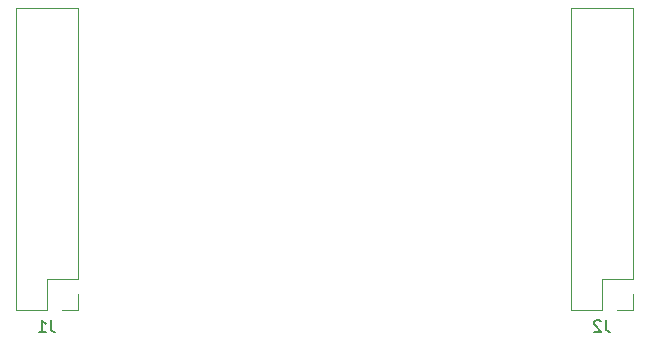
<source format=gbr>
%TF.GenerationSoftware,KiCad,Pcbnew,(5.1.7)-1*%
%TF.CreationDate,2020-11-01T18:22:08+02:00*%
%TF.ProjectId,Piirilevy_dsp,50696972-696c-4657-9679-5f6473702e6b,rev?*%
%TF.SameCoordinates,Original*%
%TF.FileFunction,Legend,Bot*%
%TF.FilePolarity,Positive*%
%FSLAX46Y46*%
G04 Gerber Fmt 4.6, Leading zero omitted, Abs format (unit mm)*
G04 Created by KiCad (PCBNEW (5.1.7)-1) date 2020-11-01 18:22:08*
%MOMM*%
%LPD*%
G01*
G04 APERTURE LIST*
%ADD10C,0.120000*%
%ADD11C,0.150000*%
G04 APERTURE END LIST*
D10*
%TO.C,J2*%
X175000000Y-103330000D02*
X176330000Y-103330000D01*
X176330000Y-103330000D02*
X176330000Y-102000000D01*
X173730000Y-103330000D02*
X173730000Y-100730000D01*
X173730000Y-100730000D02*
X176330000Y-100730000D01*
X176330000Y-100730000D02*
X176330000Y-77810000D01*
X171130000Y-77810000D02*
X176330000Y-77810000D01*
X171130000Y-103330000D02*
X171130000Y-77810000D01*
X171130000Y-103330000D02*
X173730000Y-103330000D01*
%TO.C,J1*%
X128000000Y-103330000D02*
X129330000Y-103330000D01*
X129330000Y-103330000D02*
X129330000Y-102000000D01*
X126730000Y-103330000D02*
X126730000Y-100730000D01*
X126730000Y-100730000D02*
X129330000Y-100730000D01*
X129330000Y-100730000D02*
X129330000Y-77810000D01*
X124130000Y-77810000D02*
X129330000Y-77810000D01*
X124130000Y-103330000D02*
X124130000Y-77810000D01*
X124130000Y-103330000D02*
X126730000Y-103330000D01*
%TO.C,J2*%
D11*
X174063333Y-104222380D02*
X174063333Y-104936666D01*
X174110952Y-105079523D01*
X174206190Y-105174761D01*
X174349047Y-105222380D01*
X174444285Y-105222380D01*
X173634761Y-104317619D02*
X173587142Y-104270000D01*
X173491904Y-104222380D01*
X173253809Y-104222380D01*
X173158571Y-104270000D01*
X173110952Y-104317619D01*
X173063333Y-104412857D01*
X173063333Y-104508095D01*
X173110952Y-104650952D01*
X173682380Y-105222380D01*
X173063333Y-105222380D01*
%TO.C,J1*%
X127063333Y-104222380D02*
X127063333Y-104936666D01*
X127110952Y-105079523D01*
X127206190Y-105174761D01*
X127349047Y-105222380D01*
X127444285Y-105222380D01*
X126063333Y-105222380D02*
X126634761Y-105222380D01*
X126349047Y-105222380D02*
X126349047Y-104222380D01*
X126444285Y-104365238D01*
X126539523Y-104460476D01*
X126634761Y-104508095D01*
%TD*%
M02*

</source>
